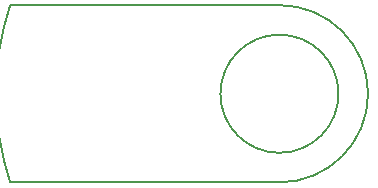
<source format=gbr>
%TF.GenerationSoftware,KiCad,Pcbnew,(5.1.6)-1*%
%TF.CreationDate,2021-11-18T20:06:08-06:00*%
%TF.ProjectId,DriveByWireMrSensor,44726976-6542-4795-9769-72654d725365,rev?*%
%TF.SameCoordinates,Original*%
%TF.FileFunction,Profile,NP*%
%FSLAX46Y46*%
G04 Gerber Fmt 4.6, Leading zero omitted, Abs format (unit mm)*
G04 Created by KiCad (PCBNEW (5.1.6)-1) date 2021-11-18 20:06:08*
%MOMM*%
%LPD*%
G01*
G04 APERTURE LIST*
%TA.AperFunction,Profile*%
%ADD10C,0.200000*%
%TD*%
G04 APERTURE END LIST*
D10*
X118199999Y-79099999D02*
G75*
G03*
X118199999Y-79099999I-4999999J0D01*
G01*
X90401974Y-86599999D02*
X113200000Y-86599999D01*
X90401975Y-86599999D02*
G75*
G02*
X90401974Y-71600000I22798025J7500000D01*
G01*
X90401974Y-71600000D02*
X113200000Y-71599999D01*
X113200000Y-71599999D02*
G75*
G02*
X113200000Y-86599999I0J-7500000D01*
G01*
M02*

</source>
